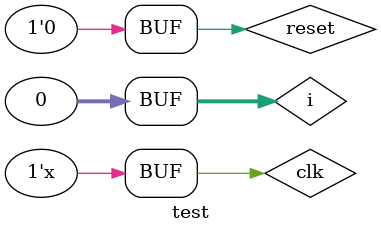
<source format=v>
`timescale 1ns / 1ns
module test;

	reg clk,reset;
	integer i;
	initial begin
		clk=0;reset=0;i=0;
	end
   always #10 clk=~clk;
	mips cpu(clk,reset);
endmodule


</source>
